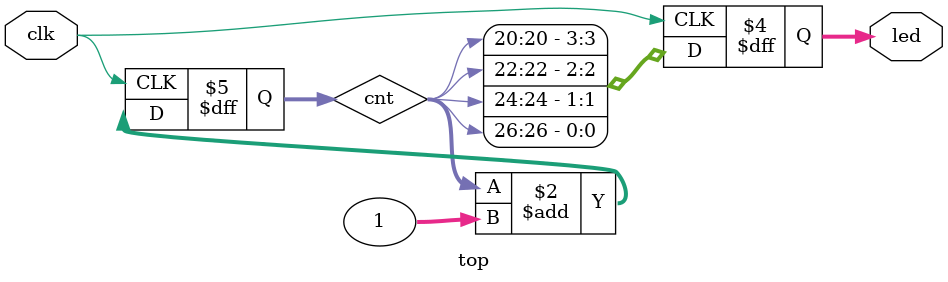
<source format=sv>
`default_nettype none
`timescale 1ns / 1ps

module top (
    input wire logic clk,
    output     logic [3:0] led
    );

    logic [31:0] cnt = 0;  // 32-bit counter

    always_ff @(posedge clk) begin
        cnt <= cnt + 1;
        led[0] <= cnt[26];
        led[1] <= cnt[24];
        led[2] <= cnt[22];
        led[3] <= cnt[20];
    end
endmodule

</source>
